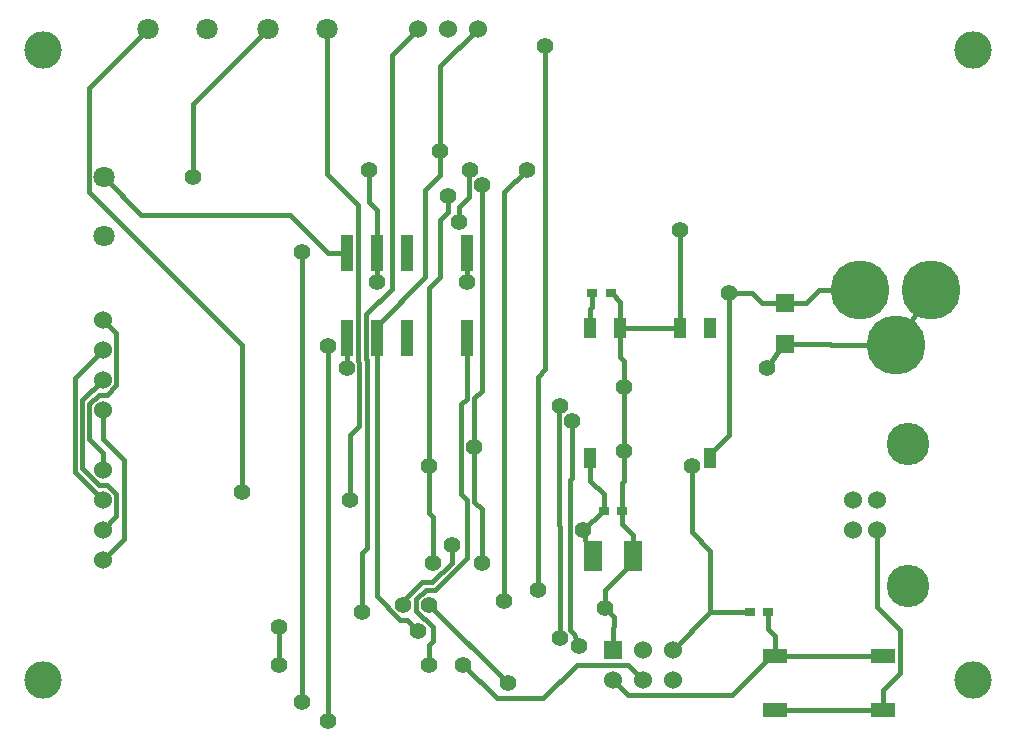
<source format=gbl>
*
*
G04 PADS 9.3.1 Build Number: 456998 generated Gerber (RS-274-X) file*
G04 PC Version=2.1*
*
%IN "ShuttleBoxBehavior.pcb"*%
*
%MOIN*%
*
%FSLAX35Y35*%
*
*
*
*
G04 PC Standard Apertures*
*
*
G04 Thermal Relief Aperture macro.*
%AMTER*
1,1,$1,0,0*
1,0,$1-$2,0,0*
21,0,$3,$4,0,0,45*
21,0,$3,$4,0,0,135*
%
*
*
G04 Annular Aperture macro.*
%AMANN*
1,1,$1,0,0*
1,0,$2,0,0*
%
*
*
G04 Odd Aperture macro.*
%AMODD*
1,1,$1,0,0*
1,0,$1-0.005,0,0*
%
*
*
G04 PC Custom Aperture Macros*
*
*
*
*
*
*
G04 PC Aperture Table*
*
%ADD010C,0.001*%
%ADD016R,0.038X0.03*%
%ADD026C,0.06*%
%ADD027R,0.06X0.06*%
%ADD031C,0.14173*%
%ADD037C,0.055*%
%ADD130R,0.08268X0.05118*%
%ADD168C,0.125*%
%ADD170C,0.19685*%
%ADD182C,0.07087*%
%ADD183C,0.018*%
%ADD184R,0.03937X0.07087*%
%ADD185R,0.06X0.1*%
%ADD186R,0.03937X0.12441*%
*
*
*
*
G04 PC Circuitry*
G04 Layer Name ShuttleBoxBehavior.pcb - circuitry*
%LPD*%
*
*
G04 PC Custom Flashes*
G04 Layer Name ShuttleBoxBehavior.pcb - flashes*
%LPD*%
*
*
G04 PC Circuitry*
G04 Layer Name ShuttleBoxBehavior.pcb - circuitry*
%LPD*%
*
G54D10*
G54D16*
G01X261850Y42500D03*
X255650D03*
X209350Y148750D03*
X203150D03*
X206900Y76250D03*
X213100D03*
G54D26*
X230000Y20000D03*
Y30000D03*
X220000Y20000D03*
Y30000D03*
X210000Y20000D03*
X145000Y237000D03*
X155000D03*
X165000D03*
X290000Y70000D03*
Y79843D03*
X297874D03*
Y70000D03*
X40000Y110000D03*
Y120000D03*
Y130000D03*
Y140000D03*
Y60000D03*
Y70000D03*
Y80000D03*
Y90000D03*
G54D27*
X210000Y30000D03*
X267500Y145500D03*
Y132000D03*
G54D31*
X308504Y98622D03*
Y51220D03*
G54D37*
X115000Y6250D03*
X106250Y12500D03*
X98750Y25000D03*
X148750D03*
X160000D03*
X175000Y18750D03*
X98750Y37500D03*
X145000Y36250D03*
X192500Y33750D03*
X198750Y31250D03*
X126250Y42500D03*
X140000Y45000D03*
X148750D03*
X173750Y46250D03*
X207500Y43750D03*
X185000Y50000D03*
X150000Y58750D03*
X156250Y65000D03*
X166250Y58750D03*
X200000Y70000D03*
X86250Y82500D03*
X122500Y80000D03*
X148750Y91250D03*
X163750Y97500D03*
X213750Y96250D03*
X236250Y91250D03*
X196250Y106250D03*
X192500Y111250D03*
X213750Y117500D03*
X121250Y123750D03*
X261250D03*
X115000Y131250D03*
X131250Y152500D03*
X161250D03*
X248750Y148750D03*
X106250Y162500D03*
X158750Y172500D03*
X232500Y170000D03*
X70000Y187500D03*
X155000Y181250D03*
X166250Y185000D03*
X128750Y190000D03*
X152500Y196250D03*
X162500Y190000D03*
X181250D03*
X187500Y231250D03*
G54D130*
X264173Y27795D03*
X300000D03*
X264173Y10000D03*
X300000D03*
G54D168*
X20000Y230000D03*
X330000D03*
Y20000D03*
X20000D03*
G54D170*
X292500Y150000D03*
X316122D03*
X304311Y131496D03*
G54D182*
X40250Y187500D03*
Y167815D03*
X55000Y237000D03*
X74685D03*
X95000D03*
X114685D03*
G54D183*
X115000Y6250D02*
Y131250D01*
X106250Y12500D02*
Y162500D01*
X186698Y13750D02*
X197948Y25000D01*
X215000*
X186698Y13750D02*
X171250D01*
X160000Y25000*
X249803Y15000D02*
X262598Y27795D01*
X264173*
X249803Y15000D02*
X215000D01*
X210000Y20000*
X264173Y10000D02*
X300000D01*
Y16520*
X305634Y22154*
X98750Y25000D02*
Y37500D01*
X148750Y25000D02*
Y31620D01*
X150000Y32870*
Y37500*
X175000Y18750D02*
X148750Y45000D01*
X220000Y20000D02*
X215000Y25000D01*
X264173Y27795D02*
Y34516D01*
X261850Y36839*
Y42500*
X264173Y27795D02*
X300000D01*
X305634Y22154D02*
Y36461D01*
X297874Y44221*
Y70000*
X145000Y36250D02*
X141247Y40003D01*
X138987*
X131250Y47740*
Y133750*
X150000Y37500D02*
X144500Y43000D01*
Y46760*
X192500Y33750D02*
Y70995D01*
X192000Y71495*
Y111250*
X198750Y31250D02*
X196875Y35385D01*
X195750Y36510*
Y86630*
X210000Y30000D02*
Y37370D01*
X210505Y37875*
Y40745*
X230000Y30000D02*
X242500Y42500D01*
X126250D02*
Y62245D01*
X127900Y63895*
Y126694*
X139495Y45505D02*
X142500Y48510D01*
Y48590*
X146410Y52500*
X149760*
X156250Y58990*
Y65000*
X144500Y46760D02*
X147740Y50000D01*
X150655*
X161250Y60595*
Y80000*
X140000Y45000D02*
X139495Y45505D01*
X173750Y46250D02*
Y182500D01*
X181250Y190000*
X207500Y43750D02*
Y50000D01*
X216750Y59250*
Y61250*
X210505Y40745D02*
X207500Y43750D01*
X255650Y42500D02*
X242500D01*
Y62825*
X236250Y69075*
Y91250*
X185000Y50000D02*
Y120995D01*
X187500Y123495*
Y231250*
X40000Y60000D02*
X46900Y66900D01*
Y93212*
X150000Y58750D02*
Y74375D01*
X148750Y75625*
Y91250*
X166250Y58750D02*
Y76875D01*
X163750Y79375*
Y97500*
X203250Y61250D02*
X201150D01*
Y65350*
X200000Y70000*
X216750Y61250D02*
Y68250D01*
X213100Y71900*
Y76250*
X40000Y70000D02*
X44500Y74500D01*
Y81864*
X200000Y70000D02*
X206527Y76250D01*
X206900*
Y81778*
X202500Y86178*
Y93750*
X213100Y76250D02*
Y85600D01*
X213750Y86250*
Y96250*
X44500Y81864D02*
X41364Y85000D01*
X38636*
X33100Y90536*
Y113100*
X40000Y80000D02*
X30700Y89300D01*
Y120700*
X86250Y82500D02*
Y131657D01*
X35207Y182701*
X122500Y80000D02*
Y101620D01*
X125500Y104620*
X161250Y80000D02*
X159500Y81750D01*
Y111770*
X195750Y86630D02*
X196250Y87130D01*
Y106250*
X46900Y93212D02*
X40000Y100112D01*
Y110000*
Y90000D02*
Y95612D01*
X35500Y100112*
Y111864*
X148750Y91250D02*
Y150502D01*
X152500Y154252*
Y173380*
X155000Y175880*
Y181250*
X163750Y97500D02*
Y113845D01*
X166250Y116345*
Y185000*
X213750Y96250D02*
Y117500D01*
X242500Y93750D02*
Y95325D01*
X248750Y101575*
Y148750*
X125500Y104620D02*
Y125605D01*
X125000Y126105*
Y178277*
X114685Y188592*
Y237000*
X33100Y113100D02*
X40000Y120000D01*
X35500Y111864D02*
X38636Y115000D01*
X41364*
X44500Y118136*
Y135500*
X159500Y111770D02*
X161250Y113520D01*
Y133750*
X192000Y111250D02*
X192500D01*
X213750Y117500D02*
Y126296D01*
X212500Y127546*
Y137136*
X30700Y120700D02*
X40000Y130000D01*
X127900Y126694D02*
X127781Y126813D01*
Y141806*
X121250Y123750D02*
Y133750D01*
X261250Y123750D02*
X266817Y132000D01*
X267500*
X44500Y135500D02*
X40000Y140000D01*
X131250Y133750D02*
Y138002D01*
X147500Y154252*
Y183380*
X152500Y188380*
Y196250*
X202500Y137136D02*
Y143640D01*
X203150Y144290*
Y148750*
X212500Y137136D02*
Y146000D01*
X209750Y148750*
X209350*
X212500Y137136D02*
X232500D01*
Y170000*
X316122Y150000D02*
X304311Y131496D01*
X282736*
X282232Y132000*
X267500*
X127781Y141806D02*
X136250Y150275D01*
Y228250*
X145000Y237000*
X267500Y145500D02*
X259625D01*
X256375Y148750*
X248750*
X267500Y145500D02*
X274329D01*
X278829Y150000*
X292500*
X131250Y152500D02*
Y162254D01*
X161250Y152500D02*
Y162254D01*
X121250D02*
X115144D01*
X102398Y175000*
X52750*
X40250Y187500*
X131250Y162254D02*
Y176612D01*
X128750Y179112*
Y190000*
X158750Y172500D02*
Y177500D01*
X162000Y180750*
Y190000*
X162500*
X35207Y182701D02*
Y217207D01*
X55000Y237000*
X70000Y187500D02*
Y212000D01*
X95000Y237000*
X152500Y196250D02*
Y224500D01*
X165000Y237000*
G54D184*
X242500Y93750D03*
X202500D03*
X242500Y137136D03*
X232500D03*
X212500D03*
X202500D03*
G54D185*
X203250Y61250D03*
X216750D03*
G54D186*
X161250Y133750D03*
X141250D03*
X131250D03*
X121250D03*
Y162254D03*
X131250D03*
X141250D03*
X161250D03*
X0Y0D02*
M02*

</source>
